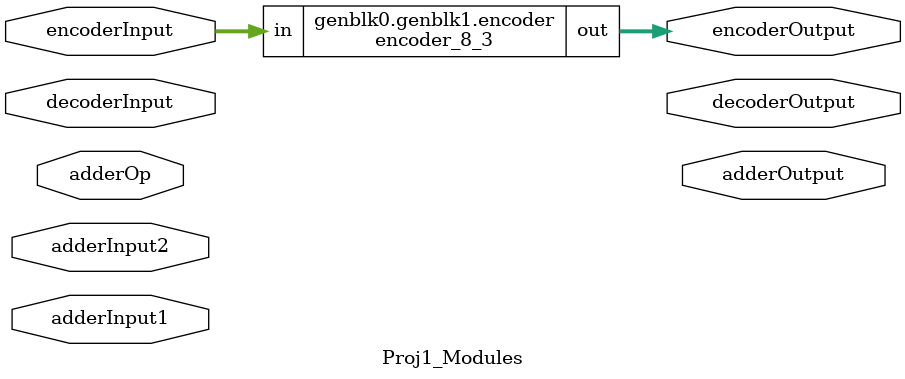
<source format=sv>
`timescale 1ns / 1ps

// 8-3 Encoder Defintion
module encoder_8_3(in, out);
    
    // Port declaration
    input [7:0] in;
    output [2:0] out;
    
    // Internal variable declaration
    reg [2:0] out;
    
    always @ (in)
    begin
        case (in)
            8'b00000001: out = 3'b000;
            8'b00000010: out = 3'b001;
            8'b00000100: out = 3'b010;
            8'b00001000: out = 3'b011;
            8'b00010000: out = 3'b100;
            8'b00100000: out = 3'b101;
            8'b01000000: out = 3'b110;
            8'b10000000: out = 3'b111;
        endcase
    end
endmodule

// 3-8 Decoder Defintion
module decoder_3_8(in, out);

    // Port declaration
    input [2:0] in;
    output [7:0] out;
    
    // Internal variable declaration
    reg [7:0] out;
    
    always @ (in)
    begin
        case (in)
            3'b000: out = 8'b00000001;
            3'b001: out = 8'b00000010;
            3'b010: out = 8'b00000100;
            3'b011: out = 8'b00001000;
            3'b100: out = 8'b00010000;
            3'b101: out = 8'b00100000;
            3'b110: out = 8'b01000000;
            3'b111: out = 8'b10000000;
        endcase
    end
endmodule

// Single CLA Block Defintion
module cla_1(in1, in2, carryIn, g, p, sum);
    
    // Port declarations
    input in1, in2, carryIn;
    output g,p, sum;
    
    // Generate
    assign g = in1 & in2;
    
    // Propagate
    assign p = in1 | in2;
    
    // Sum
    assign sum = ~in1  & ~in2  &  carryIn |
                 ~in1  &  in2  & ~carryIn |
                  in1  & ~in2  & ~carryIn |
                  in1  &  in2  &  carryIn;
endmodule

// 4-bit CLA Block Defintion
module cla_4(in1, in2, carryIn, gOut, pOut, sum);

    // Port declaration
    input [3:0] in1, in2;
    input carryIn;
    output [3:0] sum;
    output gOut, pOut;
    
    // Internal variable declaration
    wire [3:0] carry, p, g;
    
    // Computation
    assign carry[0] = carryIn;
    assign carry[1] = carryIn & p[0]
                    | g[0];
    assign carry[2] = carryIn & p[0] & p[1]
                    | g[0] & p[1] | g[1];
    assign carry[3] = carryIn & p[0] & p[1] & p[2]
                    | g[0] & p[1] & p[2]
                    | g[1] & p[2]
                    | g[2];
 
    assign gOut = g[0] & p[1] & p[2] & p[3]
                | g[1] & p[2] & p[3]
                | g[2] & p[3]
                | g[3];
 
    assign pOut = p[0] & p[1] & p[2] & p[3];
    
    cla_1 subAdder0(in1[0], in2[0], carry[0], g[0], p[0], sum[0]);
    cla_1 subAdder1(in1[1], in2[1], carry[1], g[1], p[1], sum[1]);
    cla_1 subAdder2(in1[2], in2[2], carry[2], g[2], p[2], sum[2]);
    cla_1 subAdder3(in1[3], in2[3], carry[3], g[3], p[3], sum[3]);
endmodule

// 8-bit Adder/Subtractor Defintion
module adder_8(in1, in2, op, out);

    // Port declaration
    input [7:0] in1, in2;
    input op;
    output [7:0] out;
    
    // Internal variable declaration
    wire [1:0] carry, p, g;
    
    // Computation
    assign      carry[0] = op;
 
    assign      carry[1] = g[0];
 
//    assign      carry[2] = g[0] & p[1]
//                         | g[1];
    
    cla_4 subAdder1(in1[3:0], in2[3:0] ^ op, carry[0], g[0], p[0], out[3:0]);
    cla_4 subAdder2(in1[7:4], in2[7:4] ^ op, carry[1], g[1], p[1], out[7:4]);
endmodule

// Top Module Defintion
// Necessary to combine all components of Project 1 in one source file
module Proj1_Modules(encoderInput, decoderInput, adderInput1, adderInput2, adderOp,
                     encoderOutput, decoderOutput, adderOutput);
    
    // Port declaration
    input [7:0] encoderInput, adderInput1, adderInput2;
    input [2:0] decoderInput;
    input adderOp;
    output [7:0] decoderOutput, adderOutput;
    output [2:0] encoderOutput;
    
    // Parameter declaration
    parameter TYPE = 0;
    
    // Conditionally instantiate either the encoder, decoder, or adder
    // depending on TYPE.
    generate
    begin
        if (TYPE == 0)
            encoder_8_3 encoder(encoderInput, encoderOutput);
        else if (TYPE == 1)
            decoder_3_8 decoder(decoderInput, decoderOutput);
        else if (TYPE == 2)
            adder_8 adder(adderInput1, adderInput2, adderOp, adderOutput);
    end
    endgenerate
endmodule
</source>
